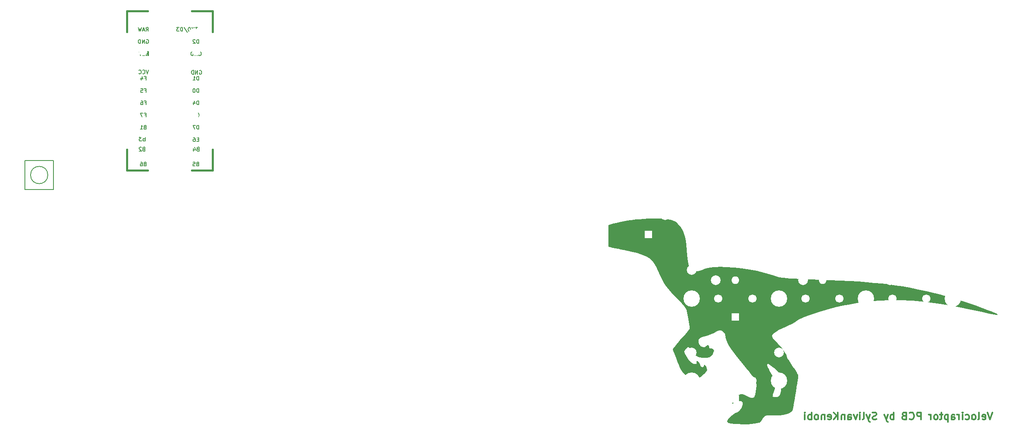
<source format=gbo>
G04 #@! TF.GenerationSoftware,KiCad,Pcbnew,7.0.1*
G04 #@! TF.CreationDate,2023-04-09T21:37:26+02:00*
G04 #@! TF.ProjectId,velociraptor,76656c6f-6369-4726-9170-746f722e6b69,rev?*
G04 #@! TF.SameCoordinates,Original*
G04 #@! TF.FileFunction,Legend,Bot*
G04 #@! TF.FilePolarity,Positive*
%FSLAX46Y46*%
G04 Gerber Fmt 4.6, Leading zero omitted, Abs format (unit mm)*
G04 Created by KiCad (PCBNEW 7.0.1) date 2023-04-09 21:37:26*
%MOMM*%
%LPD*%
G01*
G04 APERTURE LIST*
%ADD10C,0.300000*%
%ADD11C,0.150000*%
%ADD12C,0.381000*%
%ADD13C,1.752600*%
%ADD14R,1.752600X1.752600*%
%ADD15C,4.400000*%
%ADD16C,3.400000*%
%ADD17C,2.000000*%
%ADD18C,1.700000*%
%ADD19O,1.600000X1.600000*%
%ADD20R,1.600000X1.600000*%
%ADD21O,1.700000X1.700000*%
%ADD22R,1.700000X1.700000*%
G04 APERTURE END LIST*
D10*
X249782142Y-109491428D02*
X249282142Y-110991428D01*
X249282142Y-110991428D02*
X248782142Y-109491428D01*
X247710714Y-110920000D02*
X247853571Y-110991428D01*
X247853571Y-110991428D02*
X248139286Y-110991428D01*
X248139286Y-110991428D02*
X248282143Y-110920000D01*
X248282143Y-110920000D02*
X248353571Y-110777142D01*
X248353571Y-110777142D02*
X248353571Y-110205714D01*
X248353571Y-110205714D02*
X248282143Y-110062857D01*
X248282143Y-110062857D02*
X248139286Y-109991428D01*
X248139286Y-109991428D02*
X247853571Y-109991428D01*
X247853571Y-109991428D02*
X247710714Y-110062857D01*
X247710714Y-110062857D02*
X247639286Y-110205714D01*
X247639286Y-110205714D02*
X247639286Y-110348571D01*
X247639286Y-110348571D02*
X248353571Y-110491428D01*
X246782143Y-110991428D02*
X246925000Y-110920000D01*
X246925000Y-110920000D02*
X246996429Y-110777142D01*
X246996429Y-110777142D02*
X246996429Y-109491428D01*
X245996429Y-110991428D02*
X246139286Y-110920000D01*
X246139286Y-110920000D02*
X246210715Y-110848571D01*
X246210715Y-110848571D02*
X246282143Y-110705714D01*
X246282143Y-110705714D02*
X246282143Y-110277142D01*
X246282143Y-110277142D02*
X246210715Y-110134285D01*
X246210715Y-110134285D02*
X246139286Y-110062857D01*
X246139286Y-110062857D02*
X245996429Y-109991428D01*
X245996429Y-109991428D02*
X245782143Y-109991428D01*
X245782143Y-109991428D02*
X245639286Y-110062857D01*
X245639286Y-110062857D02*
X245567858Y-110134285D01*
X245567858Y-110134285D02*
X245496429Y-110277142D01*
X245496429Y-110277142D02*
X245496429Y-110705714D01*
X245496429Y-110705714D02*
X245567858Y-110848571D01*
X245567858Y-110848571D02*
X245639286Y-110920000D01*
X245639286Y-110920000D02*
X245782143Y-110991428D01*
X245782143Y-110991428D02*
X245996429Y-110991428D01*
X244210715Y-110920000D02*
X244353572Y-110991428D01*
X244353572Y-110991428D02*
X244639286Y-110991428D01*
X244639286Y-110991428D02*
X244782143Y-110920000D01*
X244782143Y-110920000D02*
X244853572Y-110848571D01*
X244853572Y-110848571D02*
X244925000Y-110705714D01*
X244925000Y-110705714D02*
X244925000Y-110277142D01*
X244925000Y-110277142D02*
X244853572Y-110134285D01*
X244853572Y-110134285D02*
X244782143Y-110062857D01*
X244782143Y-110062857D02*
X244639286Y-109991428D01*
X244639286Y-109991428D02*
X244353572Y-109991428D01*
X244353572Y-109991428D02*
X244210715Y-110062857D01*
X243567858Y-110991428D02*
X243567858Y-109991428D01*
X243567858Y-109491428D02*
X243639286Y-109562857D01*
X243639286Y-109562857D02*
X243567858Y-109634285D01*
X243567858Y-109634285D02*
X243496429Y-109562857D01*
X243496429Y-109562857D02*
X243567858Y-109491428D01*
X243567858Y-109491428D02*
X243567858Y-109634285D01*
X242853572Y-110991428D02*
X242853572Y-109991428D01*
X242853572Y-110277142D02*
X242782143Y-110134285D01*
X242782143Y-110134285D02*
X242710715Y-110062857D01*
X242710715Y-110062857D02*
X242567857Y-109991428D01*
X242567857Y-109991428D02*
X242425000Y-109991428D01*
X241282144Y-110991428D02*
X241282144Y-110205714D01*
X241282144Y-110205714D02*
X241353572Y-110062857D01*
X241353572Y-110062857D02*
X241496429Y-109991428D01*
X241496429Y-109991428D02*
X241782144Y-109991428D01*
X241782144Y-109991428D02*
X241925001Y-110062857D01*
X241282144Y-110920000D02*
X241425001Y-110991428D01*
X241425001Y-110991428D02*
X241782144Y-110991428D01*
X241782144Y-110991428D02*
X241925001Y-110920000D01*
X241925001Y-110920000D02*
X241996429Y-110777142D01*
X241996429Y-110777142D02*
X241996429Y-110634285D01*
X241996429Y-110634285D02*
X241925001Y-110491428D01*
X241925001Y-110491428D02*
X241782144Y-110420000D01*
X241782144Y-110420000D02*
X241425001Y-110420000D01*
X241425001Y-110420000D02*
X241282144Y-110348571D01*
X240567858Y-109991428D02*
X240567858Y-111491428D01*
X240567858Y-110062857D02*
X240425001Y-109991428D01*
X240425001Y-109991428D02*
X240139286Y-109991428D01*
X240139286Y-109991428D02*
X239996429Y-110062857D01*
X239996429Y-110062857D02*
X239925001Y-110134285D01*
X239925001Y-110134285D02*
X239853572Y-110277142D01*
X239853572Y-110277142D02*
X239853572Y-110705714D01*
X239853572Y-110705714D02*
X239925001Y-110848571D01*
X239925001Y-110848571D02*
X239996429Y-110920000D01*
X239996429Y-110920000D02*
X240139286Y-110991428D01*
X240139286Y-110991428D02*
X240425001Y-110991428D01*
X240425001Y-110991428D02*
X240567858Y-110920000D01*
X239425000Y-109991428D02*
X238853572Y-109991428D01*
X239210715Y-109491428D02*
X239210715Y-110777142D01*
X239210715Y-110777142D02*
X239139286Y-110920000D01*
X239139286Y-110920000D02*
X238996429Y-110991428D01*
X238996429Y-110991428D02*
X238853572Y-110991428D01*
X238139286Y-110991428D02*
X238282143Y-110920000D01*
X238282143Y-110920000D02*
X238353572Y-110848571D01*
X238353572Y-110848571D02*
X238425000Y-110705714D01*
X238425000Y-110705714D02*
X238425000Y-110277142D01*
X238425000Y-110277142D02*
X238353572Y-110134285D01*
X238353572Y-110134285D02*
X238282143Y-110062857D01*
X238282143Y-110062857D02*
X238139286Y-109991428D01*
X238139286Y-109991428D02*
X237925000Y-109991428D01*
X237925000Y-109991428D02*
X237782143Y-110062857D01*
X237782143Y-110062857D02*
X237710715Y-110134285D01*
X237710715Y-110134285D02*
X237639286Y-110277142D01*
X237639286Y-110277142D02*
X237639286Y-110705714D01*
X237639286Y-110705714D02*
X237710715Y-110848571D01*
X237710715Y-110848571D02*
X237782143Y-110920000D01*
X237782143Y-110920000D02*
X237925000Y-110991428D01*
X237925000Y-110991428D02*
X238139286Y-110991428D01*
X236996429Y-110991428D02*
X236996429Y-109991428D01*
X236996429Y-110277142D02*
X236925000Y-110134285D01*
X236925000Y-110134285D02*
X236853572Y-110062857D01*
X236853572Y-110062857D02*
X236710714Y-109991428D01*
X236710714Y-109991428D02*
X236567857Y-109991428D01*
X234925001Y-110991428D02*
X234925001Y-109491428D01*
X234925001Y-109491428D02*
X234353572Y-109491428D01*
X234353572Y-109491428D02*
X234210715Y-109562857D01*
X234210715Y-109562857D02*
X234139286Y-109634285D01*
X234139286Y-109634285D02*
X234067858Y-109777142D01*
X234067858Y-109777142D02*
X234067858Y-109991428D01*
X234067858Y-109991428D02*
X234139286Y-110134285D01*
X234139286Y-110134285D02*
X234210715Y-110205714D01*
X234210715Y-110205714D02*
X234353572Y-110277142D01*
X234353572Y-110277142D02*
X234925001Y-110277142D01*
X232567858Y-110848571D02*
X232639286Y-110920000D01*
X232639286Y-110920000D02*
X232853572Y-110991428D01*
X232853572Y-110991428D02*
X232996429Y-110991428D01*
X232996429Y-110991428D02*
X233210715Y-110920000D01*
X233210715Y-110920000D02*
X233353572Y-110777142D01*
X233353572Y-110777142D02*
X233425001Y-110634285D01*
X233425001Y-110634285D02*
X233496429Y-110348571D01*
X233496429Y-110348571D02*
X233496429Y-110134285D01*
X233496429Y-110134285D02*
X233425001Y-109848571D01*
X233425001Y-109848571D02*
X233353572Y-109705714D01*
X233353572Y-109705714D02*
X233210715Y-109562857D01*
X233210715Y-109562857D02*
X232996429Y-109491428D01*
X232996429Y-109491428D02*
X232853572Y-109491428D01*
X232853572Y-109491428D02*
X232639286Y-109562857D01*
X232639286Y-109562857D02*
X232567858Y-109634285D01*
X231425001Y-110205714D02*
X231210715Y-110277142D01*
X231210715Y-110277142D02*
X231139286Y-110348571D01*
X231139286Y-110348571D02*
X231067858Y-110491428D01*
X231067858Y-110491428D02*
X231067858Y-110705714D01*
X231067858Y-110705714D02*
X231139286Y-110848571D01*
X231139286Y-110848571D02*
X231210715Y-110920000D01*
X231210715Y-110920000D02*
X231353572Y-110991428D01*
X231353572Y-110991428D02*
X231925001Y-110991428D01*
X231925001Y-110991428D02*
X231925001Y-109491428D01*
X231925001Y-109491428D02*
X231425001Y-109491428D01*
X231425001Y-109491428D02*
X231282144Y-109562857D01*
X231282144Y-109562857D02*
X231210715Y-109634285D01*
X231210715Y-109634285D02*
X231139286Y-109777142D01*
X231139286Y-109777142D02*
X231139286Y-109920000D01*
X231139286Y-109920000D02*
X231210715Y-110062857D01*
X231210715Y-110062857D02*
X231282144Y-110134285D01*
X231282144Y-110134285D02*
X231425001Y-110205714D01*
X231425001Y-110205714D02*
X231925001Y-110205714D01*
X229282144Y-110991428D02*
X229282144Y-109491428D01*
X229282144Y-110062857D02*
X229139287Y-109991428D01*
X229139287Y-109991428D02*
X228853572Y-109991428D01*
X228853572Y-109991428D02*
X228710715Y-110062857D01*
X228710715Y-110062857D02*
X228639287Y-110134285D01*
X228639287Y-110134285D02*
X228567858Y-110277142D01*
X228567858Y-110277142D02*
X228567858Y-110705714D01*
X228567858Y-110705714D02*
X228639287Y-110848571D01*
X228639287Y-110848571D02*
X228710715Y-110920000D01*
X228710715Y-110920000D02*
X228853572Y-110991428D01*
X228853572Y-110991428D02*
X229139287Y-110991428D01*
X229139287Y-110991428D02*
X229282144Y-110920000D01*
X228067858Y-109991428D02*
X227710715Y-110991428D01*
X227353572Y-109991428D02*
X227710715Y-110991428D01*
X227710715Y-110991428D02*
X227853572Y-111348571D01*
X227853572Y-111348571D02*
X227925001Y-111420000D01*
X227925001Y-111420000D02*
X228067858Y-111491428D01*
X225710715Y-110920000D02*
X225496430Y-110991428D01*
X225496430Y-110991428D02*
X225139287Y-110991428D01*
X225139287Y-110991428D02*
X224996430Y-110920000D01*
X224996430Y-110920000D02*
X224925001Y-110848571D01*
X224925001Y-110848571D02*
X224853572Y-110705714D01*
X224853572Y-110705714D02*
X224853572Y-110562857D01*
X224853572Y-110562857D02*
X224925001Y-110420000D01*
X224925001Y-110420000D02*
X224996430Y-110348571D01*
X224996430Y-110348571D02*
X225139287Y-110277142D01*
X225139287Y-110277142D02*
X225425001Y-110205714D01*
X225425001Y-110205714D02*
X225567858Y-110134285D01*
X225567858Y-110134285D02*
X225639287Y-110062857D01*
X225639287Y-110062857D02*
X225710715Y-109920000D01*
X225710715Y-109920000D02*
X225710715Y-109777142D01*
X225710715Y-109777142D02*
X225639287Y-109634285D01*
X225639287Y-109634285D02*
X225567858Y-109562857D01*
X225567858Y-109562857D02*
X225425001Y-109491428D01*
X225425001Y-109491428D02*
X225067858Y-109491428D01*
X225067858Y-109491428D02*
X224853572Y-109562857D01*
X224353573Y-109991428D02*
X223996430Y-110991428D01*
X223639287Y-109991428D02*
X223996430Y-110991428D01*
X223996430Y-110991428D02*
X224139287Y-111348571D01*
X224139287Y-111348571D02*
X224210716Y-111420000D01*
X224210716Y-111420000D02*
X224353573Y-111491428D01*
X222853573Y-110991428D02*
X222996430Y-110920000D01*
X222996430Y-110920000D02*
X223067859Y-110777142D01*
X223067859Y-110777142D02*
X223067859Y-109491428D01*
X222282145Y-110991428D02*
X222282145Y-109991428D01*
X222282145Y-109491428D02*
X222353573Y-109562857D01*
X222353573Y-109562857D02*
X222282145Y-109634285D01*
X222282145Y-109634285D02*
X222210716Y-109562857D01*
X222210716Y-109562857D02*
X222282145Y-109491428D01*
X222282145Y-109491428D02*
X222282145Y-109634285D01*
X221710716Y-109991428D02*
X221353573Y-110991428D01*
X221353573Y-110991428D02*
X220996430Y-109991428D01*
X219782145Y-110991428D02*
X219782145Y-110205714D01*
X219782145Y-110205714D02*
X219853573Y-110062857D01*
X219853573Y-110062857D02*
X219996430Y-109991428D01*
X219996430Y-109991428D02*
X220282145Y-109991428D01*
X220282145Y-109991428D02*
X220425002Y-110062857D01*
X219782145Y-110920000D02*
X219925002Y-110991428D01*
X219925002Y-110991428D02*
X220282145Y-110991428D01*
X220282145Y-110991428D02*
X220425002Y-110920000D01*
X220425002Y-110920000D02*
X220496430Y-110777142D01*
X220496430Y-110777142D02*
X220496430Y-110634285D01*
X220496430Y-110634285D02*
X220425002Y-110491428D01*
X220425002Y-110491428D02*
X220282145Y-110420000D01*
X220282145Y-110420000D02*
X219925002Y-110420000D01*
X219925002Y-110420000D02*
X219782145Y-110348571D01*
X219067859Y-109991428D02*
X219067859Y-110991428D01*
X219067859Y-110134285D02*
X218996430Y-110062857D01*
X218996430Y-110062857D02*
X218853573Y-109991428D01*
X218853573Y-109991428D02*
X218639287Y-109991428D01*
X218639287Y-109991428D02*
X218496430Y-110062857D01*
X218496430Y-110062857D02*
X218425002Y-110205714D01*
X218425002Y-110205714D02*
X218425002Y-110991428D01*
X217710716Y-110991428D02*
X217710716Y-109491428D01*
X216853573Y-110991428D02*
X217496430Y-110134285D01*
X216853573Y-109491428D02*
X217710716Y-110348571D01*
X215639287Y-110920000D02*
X215782144Y-110991428D01*
X215782144Y-110991428D02*
X216067859Y-110991428D01*
X216067859Y-110991428D02*
X216210716Y-110920000D01*
X216210716Y-110920000D02*
X216282144Y-110777142D01*
X216282144Y-110777142D02*
X216282144Y-110205714D01*
X216282144Y-110205714D02*
X216210716Y-110062857D01*
X216210716Y-110062857D02*
X216067859Y-109991428D01*
X216067859Y-109991428D02*
X215782144Y-109991428D01*
X215782144Y-109991428D02*
X215639287Y-110062857D01*
X215639287Y-110062857D02*
X215567859Y-110205714D01*
X215567859Y-110205714D02*
X215567859Y-110348571D01*
X215567859Y-110348571D02*
X216282144Y-110491428D01*
X214925002Y-109991428D02*
X214925002Y-110991428D01*
X214925002Y-110134285D02*
X214853573Y-110062857D01*
X214853573Y-110062857D02*
X214710716Y-109991428D01*
X214710716Y-109991428D02*
X214496430Y-109991428D01*
X214496430Y-109991428D02*
X214353573Y-110062857D01*
X214353573Y-110062857D02*
X214282145Y-110205714D01*
X214282145Y-110205714D02*
X214282145Y-110991428D01*
X213353573Y-110991428D02*
X213496430Y-110920000D01*
X213496430Y-110920000D02*
X213567859Y-110848571D01*
X213567859Y-110848571D02*
X213639287Y-110705714D01*
X213639287Y-110705714D02*
X213639287Y-110277142D01*
X213639287Y-110277142D02*
X213567859Y-110134285D01*
X213567859Y-110134285D02*
X213496430Y-110062857D01*
X213496430Y-110062857D02*
X213353573Y-109991428D01*
X213353573Y-109991428D02*
X213139287Y-109991428D01*
X213139287Y-109991428D02*
X212996430Y-110062857D01*
X212996430Y-110062857D02*
X212925002Y-110134285D01*
X212925002Y-110134285D02*
X212853573Y-110277142D01*
X212853573Y-110277142D02*
X212853573Y-110705714D01*
X212853573Y-110705714D02*
X212925002Y-110848571D01*
X212925002Y-110848571D02*
X212996430Y-110920000D01*
X212996430Y-110920000D02*
X213139287Y-110991428D01*
X213139287Y-110991428D02*
X213353573Y-110991428D01*
X212210716Y-110991428D02*
X212210716Y-109491428D01*
X212210716Y-110062857D02*
X212067859Y-109991428D01*
X212067859Y-109991428D02*
X211782144Y-109991428D01*
X211782144Y-109991428D02*
X211639287Y-110062857D01*
X211639287Y-110062857D02*
X211567859Y-110134285D01*
X211567859Y-110134285D02*
X211496430Y-110277142D01*
X211496430Y-110277142D02*
X211496430Y-110705714D01*
X211496430Y-110705714D02*
X211567859Y-110848571D01*
X211567859Y-110848571D02*
X211639287Y-110920000D01*
X211639287Y-110920000D02*
X211782144Y-110991428D01*
X211782144Y-110991428D02*
X212067859Y-110991428D01*
X212067859Y-110991428D02*
X212210716Y-110920000D01*
X210853573Y-110991428D02*
X210853573Y-109991428D01*
X210853573Y-109491428D02*
X210925001Y-109562857D01*
X210925001Y-109562857D02*
X210853573Y-109634285D01*
X210853573Y-109634285D02*
X210782144Y-109562857D01*
X210782144Y-109562857D02*
X210853573Y-109491428D01*
X210853573Y-109491428D02*
X210853573Y-109634285D01*
D11*
X73923388Y-50387797D02*
X73809102Y-50425892D01*
X73809102Y-50425892D02*
X73771007Y-50463988D01*
X73771007Y-50463988D02*
X73732911Y-50540178D01*
X73732911Y-50540178D02*
X73732911Y-50654464D01*
X73732911Y-50654464D02*
X73771007Y-50730654D01*
X73771007Y-50730654D02*
X73809102Y-50768750D01*
X73809102Y-50768750D02*
X73885292Y-50806845D01*
X73885292Y-50806845D02*
X74190054Y-50806845D01*
X74190054Y-50806845D02*
X74190054Y-50006845D01*
X74190054Y-50006845D02*
X73923388Y-50006845D01*
X73923388Y-50006845D02*
X73847197Y-50044940D01*
X73847197Y-50044940D02*
X73809102Y-50083035D01*
X73809102Y-50083035D02*
X73771007Y-50159226D01*
X73771007Y-50159226D02*
X73771007Y-50235416D01*
X73771007Y-50235416D02*
X73809102Y-50311607D01*
X73809102Y-50311607D02*
X73847197Y-50349702D01*
X73847197Y-50349702D02*
X73923388Y-50387797D01*
X73923388Y-50387797D02*
X74190054Y-50387797D01*
X72971007Y-50806845D02*
X73428150Y-50806845D01*
X73199578Y-50806845D02*
X73199578Y-50006845D01*
X73199578Y-50006845D02*
X73275769Y-50121130D01*
X73275769Y-50121130D02*
X73351959Y-50197321D01*
X73351959Y-50197321D02*
X73428150Y-50235416D01*
X74209102Y-32264940D02*
X74285292Y-32226845D01*
X74285292Y-32226845D02*
X74399578Y-32226845D01*
X74399578Y-32226845D02*
X74513864Y-32264940D01*
X74513864Y-32264940D02*
X74590054Y-32341130D01*
X74590054Y-32341130D02*
X74628149Y-32417321D01*
X74628149Y-32417321D02*
X74666245Y-32569702D01*
X74666245Y-32569702D02*
X74666245Y-32683988D01*
X74666245Y-32683988D02*
X74628149Y-32836369D01*
X74628149Y-32836369D02*
X74590054Y-32912559D01*
X74590054Y-32912559D02*
X74513864Y-32988750D01*
X74513864Y-32988750D02*
X74399578Y-33026845D01*
X74399578Y-33026845D02*
X74323387Y-33026845D01*
X74323387Y-33026845D02*
X74209102Y-32988750D01*
X74209102Y-32988750D02*
X74171006Y-32950654D01*
X74171006Y-32950654D02*
X74171006Y-32683988D01*
X74171006Y-32683988D02*
X74323387Y-32683988D01*
X73828149Y-33026845D02*
X73828149Y-32226845D01*
X73828149Y-32226845D02*
X73371006Y-33026845D01*
X73371006Y-33026845D02*
X73371006Y-32226845D01*
X72990054Y-33026845D02*
X72990054Y-32226845D01*
X72990054Y-32226845D02*
X72799578Y-32226845D01*
X72799578Y-32226845D02*
X72685292Y-32264940D01*
X72685292Y-32264940D02*
X72609102Y-32341130D01*
X72609102Y-32341130D02*
X72571007Y-32417321D01*
X72571007Y-32417321D02*
X72532911Y-32569702D01*
X72532911Y-32569702D02*
X72532911Y-32683988D01*
X72532911Y-32683988D02*
X72571007Y-32836369D01*
X72571007Y-32836369D02*
X72609102Y-32912559D01*
X72609102Y-32912559D02*
X72685292Y-32988750D01*
X72685292Y-32988750D02*
X72799578Y-33026845D01*
X72799578Y-33026845D02*
X72990054Y-33026845D01*
X73866245Y-47847797D02*
X74132911Y-47847797D01*
X74132911Y-48266845D02*
X74132911Y-47466845D01*
X74132911Y-47466845D02*
X73751959Y-47466845D01*
X73523388Y-47466845D02*
X72990054Y-47466845D01*
X72990054Y-47466845D02*
X73332912Y-48266845D01*
X85112054Y-45726845D02*
X85112054Y-44926845D01*
X85112054Y-44926845D02*
X84921578Y-44926845D01*
X84921578Y-44926845D02*
X84807292Y-44964940D01*
X84807292Y-44964940D02*
X84731102Y-45041130D01*
X84731102Y-45041130D02*
X84693007Y-45117321D01*
X84693007Y-45117321D02*
X84654911Y-45269702D01*
X84654911Y-45269702D02*
X84654911Y-45383988D01*
X84654911Y-45383988D02*
X84693007Y-45536369D01*
X84693007Y-45536369D02*
X84731102Y-45612559D01*
X84731102Y-45612559D02*
X84807292Y-45688750D01*
X84807292Y-45688750D02*
X84921578Y-45726845D01*
X84921578Y-45726845D02*
X85112054Y-45726845D01*
X83969197Y-45193511D02*
X83969197Y-45726845D01*
X84159673Y-44888750D02*
X84350150Y-45460178D01*
X84350150Y-45460178D02*
X83854911Y-45460178D01*
X85112054Y-40646845D02*
X85112054Y-39846845D01*
X85112054Y-39846845D02*
X84921578Y-39846845D01*
X84921578Y-39846845D02*
X84807292Y-39884940D01*
X84807292Y-39884940D02*
X84731102Y-39961130D01*
X84731102Y-39961130D02*
X84693007Y-40037321D01*
X84693007Y-40037321D02*
X84654911Y-40189702D01*
X84654911Y-40189702D02*
X84654911Y-40303988D01*
X84654911Y-40303988D02*
X84693007Y-40456369D01*
X84693007Y-40456369D02*
X84731102Y-40532559D01*
X84731102Y-40532559D02*
X84807292Y-40608750D01*
X84807292Y-40608750D02*
X84921578Y-40646845D01*
X84921578Y-40646845D02*
X85112054Y-40646845D01*
X83893007Y-40646845D02*
X84350150Y-40646845D01*
X84121578Y-40646845D02*
X84121578Y-39846845D01*
X84121578Y-39846845D02*
X84197769Y-39961130D01*
X84197769Y-39961130D02*
X84273959Y-40037321D01*
X84273959Y-40037321D02*
X84350150Y-40075416D01*
X73866245Y-42767797D02*
X74132911Y-42767797D01*
X74132911Y-43186845D02*
X74132911Y-42386845D01*
X74132911Y-42386845D02*
X73751959Y-42386845D01*
X73066245Y-42386845D02*
X73447197Y-42386845D01*
X73447197Y-42386845D02*
X73485293Y-42767797D01*
X73485293Y-42767797D02*
X73447197Y-42729702D01*
X73447197Y-42729702D02*
X73371007Y-42691607D01*
X73371007Y-42691607D02*
X73180531Y-42691607D01*
X73180531Y-42691607D02*
X73104340Y-42729702D01*
X73104340Y-42729702D02*
X73066245Y-42767797D01*
X73066245Y-42767797D02*
X73028150Y-42843988D01*
X73028150Y-42843988D02*
X73028150Y-43034464D01*
X73028150Y-43034464D02*
X73066245Y-43110654D01*
X73066245Y-43110654D02*
X73104340Y-43148750D01*
X73104340Y-43148750D02*
X73180531Y-43186845D01*
X73180531Y-43186845D02*
X73371007Y-43186845D01*
X73371007Y-43186845D02*
X73447197Y-43148750D01*
X73447197Y-43148750D02*
X73485293Y-43110654D01*
X84822927Y-29686845D02*
X84365784Y-29686845D01*
X84594356Y-30486845D02*
X84594356Y-29686845D01*
X84175308Y-29686845D02*
X83641974Y-30486845D01*
X83641974Y-29686845D02*
X84175308Y-30486845D01*
X83184831Y-29686845D02*
X83108641Y-29686845D01*
X83108641Y-29686845D02*
X83032450Y-29724940D01*
X83032450Y-29724940D02*
X82994355Y-29763035D01*
X82994355Y-29763035D02*
X82956260Y-29839226D01*
X82956260Y-29839226D02*
X82918165Y-29991607D01*
X82918165Y-29991607D02*
X82918165Y-30182083D01*
X82918165Y-30182083D02*
X82956260Y-30334464D01*
X82956260Y-30334464D02*
X82994355Y-30410654D01*
X82994355Y-30410654D02*
X83032450Y-30448750D01*
X83032450Y-30448750D02*
X83108641Y-30486845D01*
X83108641Y-30486845D02*
X83184831Y-30486845D01*
X83184831Y-30486845D02*
X83261022Y-30448750D01*
X83261022Y-30448750D02*
X83299117Y-30410654D01*
X83299117Y-30410654D02*
X83337212Y-30334464D01*
X83337212Y-30334464D02*
X83375308Y-30182083D01*
X83375308Y-30182083D02*
X83375308Y-29991607D01*
X83375308Y-29991607D02*
X83337212Y-29839226D01*
X83337212Y-29839226D02*
X83299117Y-29763035D01*
X83299117Y-29763035D02*
X83261022Y-29724940D01*
X83261022Y-29724940D02*
X83184831Y-29686845D01*
X82003879Y-29648750D02*
X82689593Y-30677321D01*
X81737212Y-30486845D02*
X81737212Y-29686845D01*
X81737212Y-29686845D02*
X81546736Y-29686845D01*
X81546736Y-29686845D02*
X81432450Y-29724940D01*
X81432450Y-29724940D02*
X81356260Y-29801130D01*
X81356260Y-29801130D02*
X81318165Y-29877321D01*
X81318165Y-29877321D02*
X81280069Y-30029702D01*
X81280069Y-30029702D02*
X81280069Y-30143988D01*
X81280069Y-30143988D02*
X81318165Y-30296369D01*
X81318165Y-30296369D02*
X81356260Y-30372559D01*
X81356260Y-30372559D02*
X81432450Y-30448750D01*
X81432450Y-30448750D02*
X81546736Y-30486845D01*
X81546736Y-30486845D02*
X81737212Y-30486845D01*
X81013403Y-29686845D02*
X80518165Y-29686845D01*
X80518165Y-29686845D02*
X80784831Y-29991607D01*
X80784831Y-29991607D02*
X80670546Y-29991607D01*
X80670546Y-29991607D02*
X80594355Y-30029702D01*
X80594355Y-30029702D02*
X80556260Y-30067797D01*
X80556260Y-30067797D02*
X80518165Y-30143988D01*
X80518165Y-30143988D02*
X80518165Y-30334464D01*
X80518165Y-30334464D02*
X80556260Y-30410654D01*
X80556260Y-30410654D02*
X80594355Y-30448750D01*
X80594355Y-30448750D02*
X80670546Y-30486845D01*
X80670546Y-30486845D02*
X80899117Y-30486845D01*
X80899117Y-30486845D02*
X80975308Y-30448750D01*
X80975308Y-30448750D02*
X81013403Y-30410654D01*
X84654911Y-48190654D02*
X84693007Y-48228750D01*
X84693007Y-48228750D02*
X84807292Y-48266845D01*
X84807292Y-48266845D02*
X84883483Y-48266845D01*
X84883483Y-48266845D02*
X84997769Y-48228750D01*
X84997769Y-48228750D02*
X85073959Y-48152559D01*
X85073959Y-48152559D02*
X85112054Y-48076369D01*
X85112054Y-48076369D02*
X85150150Y-47923988D01*
X85150150Y-47923988D02*
X85150150Y-47809702D01*
X85150150Y-47809702D02*
X85112054Y-47657321D01*
X85112054Y-47657321D02*
X85073959Y-47581130D01*
X85073959Y-47581130D02*
X84997769Y-47504940D01*
X84997769Y-47504940D02*
X84883483Y-47466845D01*
X84883483Y-47466845D02*
X84807292Y-47466845D01*
X84807292Y-47466845D02*
X84693007Y-47504940D01*
X84693007Y-47504940D02*
X84654911Y-47543035D01*
X83969197Y-47466845D02*
X84121578Y-47466845D01*
X84121578Y-47466845D02*
X84197769Y-47504940D01*
X84197769Y-47504940D02*
X84235864Y-47543035D01*
X84235864Y-47543035D02*
X84312054Y-47657321D01*
X84312054Y-47657321D02*
X84350150Y-47809702D01*
X84350150Y-47809702D02*
X84350150Y-48114464D01*
X84350150Y-48114464D02*
X84312054Y-48190654D01*
X84312054Y-48190654D02*
X84273959Y-48228750D01*
X84273959Y-48228750D02*
X84197769Y-48266845D01*
X84197769Y-48266845D02*
X84045388Y-48266845D01*
X84045388Y-48266845D02*
X83969197Y-48228750D01*
X83969197Y-48228750D02*
X83931102Y-48190654D01*
X83931102Y-48190654D02*
X83893007Y-48114464D01*
X83893007Y-48114464D02*
X83893007Y-47923988D01*
X83893007Y-47923988D02*
X83931102Y-47847797D01*
X83931102Y-47847797D02*
X83969197Y-47809702D01*
X83969197Y-47809702D02*
X84045388Y-47771607D01*
X84045388Y-47771607D02*
X84197769Y-47771607D01*
X84197769Y-47771607D02*
X84273959Y-47809702D01*
X84273959Y-47809702D02*
X84312054Y-47847797D01*
X84312054Y-47847797D02*
X84350150Y-47923988D01*
X85112054Y-50806845D02*
X85112054Y-50006845D01*
X85112054Y-50006845D02*
X84921578Y-50006845D01*
X84921578Y-50006845D02*
X84807292Y-50044940D01*
X84807292Y-50044940D02*
X84731102Y-50121130D01*
X84731102Y-50121130D02*
X84693007Y-50197321D01*
X84693007Y-50197321D02*
X84654911Y-50349702D01*
X84654911Y-50349702D02*
X84654911Y-50463988D01*
X84654911Y-50463988D02*
X84693007Y-50616369D01*
X84693007Y-50616369D02*
X84731102Y-50692559D01*
X84731102Y-50692559D02*
X84807292Y-50768750D01*
X84807292Y-50768750D02*
X84921578Y-50806845D01*
X84921578Y-50806845D02*
X85112054Y-50806845D01*
X84388245Y-50006845D02*
X83854911Y-50006845D01*
X83854911Y-50006845D02*
X84197769Y-50806845D01*
X85073959Y-52927797D02*
X84807293Y-52927797D01*
X84693007Y-53346845D02*
X85073959Y-53346845D01*
X85073959Y-53346845D02*
X85073959Y-52546845D01*
X85073959Y-52546845D02*
X84693007Y-52546845D01*
X84007292Y-52546845D02*
X84159673Y-52546845D01*
X84159673Y-52546845D02*
X84235864Y-52584940D01*
X84235864Y-52584940D02*
X84273959Y-52623035D01*
X84273959Y-52623035D02*
X84350149Y-52737321D01*
X84350149Y-52737321D02*
X84388245Y-52889702D01*
X84388245Y-52889702D02*
X84388245Y-53194464D01*
X84388245Y-53194464D02*
X84350149Y-53270654D01*
X84350149Y-53270654D02*
X84312054Y-53308750D01*
X84312054Y-53308750D02*
X84235864Y-53346845D01*
X84235864Y-53346845D02*
X84083483Y-53346845D01*
X84083483Y-53346845D02*
X84007292Y-53308750D01*
X84007292Y-53308750D02*
X83969197Y-53270654D01*
X83969197Y-53270654D02*
X83931102Y-53194464D01*
X83931102Y-53194464D02*
X83931102Y-53003988D01*
X83931102Y-53003988D02*
X83969197Y-52927797D01*
X83969197Y-52927797D02*
X84007292Y-52889702D01*
X84007292Y-52889702D02*
X84083483Y-52851607D01*
X84083483Y-52851607D02*
X84235864Y-52851607D01*
X84235864Y-52851607D02*
X84312054Y-52889702D01*
X84312054Y-52889702D02*
X84350149Y-52927797D01*
X84350149Y-52927797D02*
X84388245Y-53003988D01*
X73707488Y-52820647D02*
X73593202Y-52858742D01*
X73593202Y-52858742D02*
X73555107Y-52896838D01*
X73555107Y-52896838D02*
X73517011Y-52973028D01*
X73517011Y-52973028D02*
X73517011Y-53087314D01*
X73517011Y-53087314D02*
X73555107Y-53163504D01*
X73555107Y-53163504D02*
X73593202Y-53201600D01*
X73593202Y-53201600D02*
X73669392Y-53239695D01*
X73669392Y-53239695D02*
X73974154Y-53239695D01*
X73974154Y-53239695D02*
X73974154Y-52439695D01*
X73974154Y-52439695D02*
X73707488Y-52439695D01*
X73707488Y-52439695D02*
X73631297Y-52477790D01*
X73631297Y-52477790D02*
X73593202Y-52515885D01*
X73593202Y-52515885D02*
X73555107Y-52592076D01*
X73555107Y-52592076D02*
X73555107Y-52668266D01*
X73555107Y-52668266D02*
X73593202Y-52744457D01*
X73593202Y-52744457D02*
X73631297Y-52782552D01*
X73631297Y-52782552D02*
X73707488Y-52820647D01*
X73707488Y-52820647D02*
X73974154Y-52820647D01*
X73250345Y-52439695D02*
X72755107Y-52439695D01*
X72755107Y-52439695D02*
X73021773Y-52744457D01*
X73021773Y-52744457D02*
X72907488Y-52744457D01*
X72907488Y-52744457D02*
X72831297Y-52782552D01*
X72831297Y-52782552D02*
X72793202Y-52820647D01*
X72793202Y-52820647D02*
X72755107Y-52896838D01*
X72755107Y-52896838D02*
X72755107Y-53087314D01*
X72755107Y-53087314D02*
X72793202Y-53163504D01*
X72793202Y-53163504D02*
X72831297Y-53201600D01*
X72831297Y-53201600D02*
X72907488Y-53239695D01*
X72907488Y-53239695D02*
X73136059Y-53239695D01*
X73136059Y-53239695D02*
X73212250Y-53201600D01*
X73212250Y-53201600D02*
X73250345Y-53163504D01*
X74151959Y-30486845D02*
X74418626Y-30105892D01*
X74609102Y-30486845D02*
X74609102Y-29686845D01*
X74609102Y-29686845D02*
X74304340Y-29686845D01*
X74304340Y-29686845D02*
X74228150Y-29724940D01*
X74228150Y-29724940D02*
X74190055Y-29763035D01*
X74190055Y-29763035D02*
X74151959Y-29839226D01*
X74151959Y-29839226D02*
X74151959Y-29953511D01*
X74151959Y-29953511D02*
X74190055Y-30029702D01*
X74190055Y-30029702D02*
X74228150Y-30067797D01*
X74228150Y-30067797D02*
X74304340Y-30105892D01*
X74304340Y-30105892D02*
X74609102Y-30105892D01*
X73847198Y-30258273D02*
X73466245Y-30258273D01*
X73923388Y-30486845D02*
X73656721Y-29686845D01*
X73656721Y-29686845D02*
X73390055Y-30486845D01*
X73199579Y-29686845D02*
X73009103Y-30486845D01*
X73009103Y-30486845D02*
X72856722Y-29915416D01*
X72856722Y-29915416D02*
X72704341Y-30486845D01*
X72704341Y-30486845D02*
X72513865Y-29686845D01*
X85112054Y-33026845D02*
X85112054Y-32226845D01*
X85112054Y-32226845D02*
X84921578Y-32226845D01*
X84921578Y-32226845D02*
X84807292Y-32264940D01*
X84807292Y-32264940D02*
X84731102Y-32341130D01*
X84731102Y-32341130D02*
X84693007Y-32417321D01*
X84693007Y-32417321D02*
X84654911Y-32569702D01*
X84654911Y-32569702D02*
X84654911Y-32683988D01*
X84654911Y-32683988D02*
X84693007Y-32836369D01*
X84693007Y-32836369D02*
X84731102Y-32912559D01*
X84731102Y-32912559D02*
X84807292Y-32988750D01*
X84807292Y-32988750D02*
X84921578Y-33026845D01*
X84921578Y-33026845D02*
X85112054Y-33026845D01*
X84350150Y-32303035D02*
X84312054Y-32264940D01*
X84312054Y-32264940D02*
X84235864Y-32226845D01*
X84235864Y-32226845D02*
X84045388Y-32226845D01*
X84045388Y-32226845D02*
X83969197Y-32264940D01*
X83969197Y-32264940D02*
X83931102Y-32303035D01*
X83931102Y-32303035D02*
X83893007Y-32379226D01*
X83893007Y-32379226D02*
X83893007Y-32455416D01*
X83893007Y-32455416D02*
X83931102Y-32569702D01*
X83931102Y-32569702D02*
X84388245Y-33026845D01*
X84388245Y-33026845D02*
X83893007Y-33026845D01*
X73656688Y-54903447D02*
X73542402Y-54941542D01*
X73542402Y-54941542D02*
X73504307Y-54979638D01*
X73504307Y-54979638D02*
X73466211Y-55055828D01*
X73466211Y-55055828D02*
X73466211Y-55170114D01*
X73466211Y-55170114D02*
X73504307Y-55246304D01*
X73504307Y-55246304D02*
X73542402Y-55284400D01*
X73542402Y-55284400D02*
X73618592Y-55322495D01*
X73618592Y-55322495D02*
X73923354Y-55322495D01*
X73923354Y-55322495D02*
X73923354Y-54522495D01*
X73923354Y-54522495D02*
X73656688Y-54522495D01*
X73656688Y-54522495D02*
X73580497Y-54560590D01*
X73580497Y-54560590D02*
X73542402Y-54598685D01*
X73542402Y-54598685D02*
X73504307Y-54674876D01*
X73504307Y-54674876D02*
X73504307Y-54751066D01*
X73504307Y-54751066D02*
X73542402Y-54827257D01*
X73542402Y-54827257D02*
X73580497Y-54865352D01*
X73580497Y-54865352D02*
X73656688Y-54903447D01*
X73656688Y-54903447D02*
X73923354Y-54903447D01*
X73161450Y-54598685D02*
X73123354Y-54560590D01*
X73123354Y-54560590D02*
X73047164Y-54522495D01*
X73047164Y-54522495D02*
X72856688Y-54522495D01*
X72856688Y-54522495D02*
X72780497Y-54560590D01*
X72780497Y-54560590D02*
X72742402Y-54598685D01*
X72742402Y-54598685D02*
X72704307Y-54674876D01*
X72704307Y-54674876D02*
X72704307Y-54751066D01*
X72704307Y-54751066D02*
X72742402Y-54865352D01*
X72742402Y-54865352D02*
X73199545Y-55322495D01*
X73199545Y-55322495D02*
X72704307Y-55322495D01*
X73866245Y-45307797D02*
X74132911Y-45307797D01*
X74132911Y-45726845D02*
X74132911Y-44926845D01*
X74132911Y-44926845D02*
X73751959Y-44926845D01*
X73104340Y-44926845D02*
X73256721Y-44926845D01*
X73256721Y-44926845D02*
X73332912Y-44964940D01*
X73332912Y-44964940D02*
X73371007Y-45003035D01*
X73371007Y-45003035D02*
X73447197Y-45117321D01*
X73447197Y-45117321D02*
X73485293Y-45269702D01*
X73485293Y-45269702D02*
X73485293Y-45574464D01*
X73485293Y-45574464D02*
X73447197Y-45650654D01*
X73447197Y-45650654D02*
X73409102Y-45688750D01*
X73409102Y-45688750D02*
X73332912Y-45726845D01*
X73332912Y-45726845D02*
X73180531Y-45726845D01*
X73180531Y-45726845D02*
X73104340Y-45688750D01*
X73104340Y-45688750D02*
X73066245Y-45650654D01*
X73066245Y-45650654D02*
X73028150Y-45574464D01*
X73028150Y-45574464D02*
X73028150Y-45383988D01*
X73028150Y-45383988D02*
X73066245Y-45307797D01*
X73066245Y-45307797D02*
X73104340Y-45269702D01*
X73104340Y-45269702D02*
X73180531Y-45231607D01*
X73180531Y-45231607D02*
X73332912Y-45231607D01*
X73332912Y-45231607D02*
X73409102Y-45269702D01*
X73409102Y-45269702D02*
X73447197Y-45307797D01*
X73447197Y-45307797D02*
X73485293Y-45383988D01*
X85250102Y-38644940D02*
X85326292Y-38606845D01*
X85326292Y-38606845D02*
X85440578Y-38606845D01*
X85440578Y-38606845D02*
X85554864Y-38644940D01*
X85554864Y-38644940D02*
X85631054Y-38721130D01*
X85631054Y-38721130D02*
X85669149Y-38797321D01*
X85669149Y-38797321D02*
X85707245Y-38949702D01*
X85707245Y-38949702D02*
X85707245Y-39063988D01*
X85707245Y-39063988D02*
X85669149Y-39216369D01*
X85669149Y-39216369D02*
X85631054Y-39292559D01*
X85631054Y-39292559D02*
X85554864Y-39368750D01*
X85554864Y-39368750D02*
X85440578Y-39406845D01*
X85440578Y-39406845D02*
X85364387Y-39406845D01*
X85364387Y-39406845D02*
X85250102Y-39368750D01*
X85250102Y-39368750D02*
X85212006Y-39330654D01*
X85212006Y-39330654D02*
X85212006Y-39063988D01*
X85212006Y-39063988D02*
X85364387Y-39063988D01*
X84869149Y-39406845D02*
X84869149Y-38606845D01*
X84869149Y-38606845D02*
X84412006Y-39406845D01*
X84412006Y-39406845D02*
X84412006Y-38606845D01*
X84031054Y-39406845D02*
X84031054Y-38606845D01*
X84031054Y-38606845D02*
X83840578Y-38606845D01*
X83840578Y-38606845D02*
X83726292Y-38644940D01*
X83726292Y-38644940D02*
X83650102Y-38721130D01*
X83650102Y-38721130D02*
X83612007Y-38797321D01*
X83612007Y-38797321D02*
X83573911Y-38949702D01*
X83573911Y-38949702D02*
X83573911Y-39063988D01*
X83573911Y-39063988D02*
X83612007Y-39216369D01*
X83612007Y-39216369D02*
X83650102Y-39292559D01*
X83650102Y-39292559D02*
X83726292Y-39368750D01*
X83726292Y-39368750D02*
X83840578Y-39406845D01*
X83840578Y-39406845D02*
X84031054Y-39406845D01*
X85131102Y-34804940D02*
X85207292Y-34766845D01*
X85207292Y-34766845D02*
X85321578Y-34766845D01*
X85321578Y-34766845D02*
X85435864Y-34804940D01*
X85435864Y-34804940D02*
X85512054Y-34881130D01*
X85512054Y-34881130D02*
X85550149Y-34957321D01*
X85550149Y-34957321D02*
X85588245Y-35109702D01*
X85588245Y-35109702D02*
X85588245Y-35223988D01*
X85588245Y-35223988D02*
X85550149Y-35376369D01*
X85550149Y-35376369D02*
X85512054Y-35452559D01*
X85512054Y-35452559D02*
X85435864Y-35528750D01*
X85435864Y-35528750D02*
X85321578Y-35566845D01*
X85321578Y-35566845D02*
X85245387Y-35566845D01*
X85245387Y-35566845D02*
X85131102Y-35528750D01*
X85131102Y-35528750D02*
X85093006Y-35490654D01*
X85093006Y-35490654D02*
X85093006Y-35223988D01*
X85093006Y-35223988D02*
X85245387Y-35223988D01*
X84750149Y-35566845D02*
X84750149Y-34766845D01*
X84750149Y-34766845D02*
X84293006Y-35566845D01*
X84293006Y-35566845D02*
X84293006Y-34766845D01*
X83912054Y-35566845D02*
X83912054Y-34766845D01*
X83912054Y-34766845D02*
X83721578Y-34766845D01*
X83721578Y-34766845D02*
X83607292Y-34804940D01*
X83607292Y-34804940D02*
X83531102Y-34881130D01*
X83531102Y-34881130D02*
X83493007Y-34957321D01*
X83493007Y-34957321D02*
X83454911Y-35109702D01*
X83454911Y-35109702D02*
X83454911Y-35223988D01*
X83454911Y-35223988D02*
X83493007Y-35376369D01*
X83493007Y-35376369D02*
X83531102Y-35452559D01*
X83531102Y-35452559D02*
X83607292Y-35528750D01*
X83607292Y-35528750D02*
X83721578Y-35566845D01*
X83721578Y-35566845D02*
X83912054Y-35566845D01*
X84845388Y-58007797D02*
X84731102Y-58045892D01*
X84731102Y-58045892D02*
X84693007Y-58083988D01*
X84693007Y-58083988D02*
X84654911Y-58160178D01*
X84654911Y-58160178D02*
X84654911Y-58274464D01*
X84654911Y-58274464D02*
X84693007Y-58350654D01*
X84693007Y-58350654D02*
X84731102Y-58388750D01*
X84731102Y-58388750D02*
X84807292Y-58426845D01*
X84807292Y-58426845D02*
X85112054Y-58426845D01*
X85112054Y-58426845D02*
X85112054Y-57626845D01*
X85112054Y-57626845D02*
X84845388Y-57626845D01*
X84845388Y-57626845D02*
X84769197Y-57664940D01*
X84769197Y-57664940D02*
X84731102Y-57703035D01*
X84731102Y-57703035D02*
X84693007Y-57779226D01*
X84693007Y-57779226D02*
X84693007Y-57855416D01*
X84693007Y-57855416D02*
X84731102Y-57931607D01*
X84731102Y-57931607D02*
X84769197Y-57969702D01*
X84769197Y-57969702D02*
X84845388Y-58007797D01*
X84845388Y-58007797D02*
X85112054Y-58007797D01*
X83931102Y-57626845D02*
X84312054Y-57626845D01*
X84312054Y-57626845D02*
X84350150Y-58007797D01*
X84350150Y-58007797D02*
X84312054Y-57969702D01*
X84312054Y-57969702D02*
X84235864Y-57931607D01*
X84235864Y-57931607D02*
X84045388Y-57931607D01*
X84045388Y-57931607D02*
X83969197Y-57969702D01*
X83969197Y-57969702D02*
X83931102Y-58007797D01*
X83931102Y-58007797D02*
X83893007Y-58083988D01*
X83893007Y-58083988D02*
X83893007Y-58274464D01*
X83893007Y-58274464D02*
X83931102Y-58350654D01*
X83931102Y-58350654D02*
X83969197Y-58388750D01*
X83969197Y-58388750D02*
X84045388Y-58426845D01*
X84045388Y-58426845D02*
X84235864Y-58426845D01*
X84235864Y-58426845D02*
X84312054Y-58388750D01*
X84312054Y-58388750D02*
X84350150Y-58350654D01*
X73866245Y-40227797D02*
X74132911Y-40227797D01*
X74132911Y-40646845D02*
X74132911Y-39846845D01*
X74132911Y-39846845D02*
X73751959Y-39846845D01*
X73104340Y-40113511D02*
X73104340Y-40646845D01*
X73294816Y-39808750D02*
X73485293Y-40380178D01*
X73485293Y-40380178D02*
X72990054Y-40380178D01*
X73860792Y-35498750D02*
X73746506Y-35536845D01*
X73746506Y-35536845D02*
X73556030Y-35536845D01*
X73556030Y-35536845D02*
X73479839Y-35498750D01*
X73479839Y-35498750D02*
X73441744Y-35460654D01*
X73441744Y-35460654D02*
X73403649Y-35384464D01*
X73403649Y-35384464D02*
X73403649Y-35308273D01*
X73403649Y-35308273D02*
X73441744Y-35232083D01*
X73441744Y-35232083D02*
X73479839Y-35193988D01*
X73479839Y-35193988D02*
X73556030Y-35155892D01*
X73556030Y-35155892D02*
X73708411Y-35117797D01*
X73708411Y-35117797D02*
X73784601Y-35079702D01*
X73784601Y-35079702D02*
X73822696Y-35041607D01*
X73822696Y-35041607D02*
X73860792Y-34965416D01*
X73860792Y-34965416D02*
X73860792Y-34889226D01*
X73860792Y-34889226D02*
X73822696Y-34813035D01*
X73822696Y-34813035D02*
X73784601Y-34774940D01*
X73784601Y-34774940D02*
X73708411Y-34736845D01*
X73708411Y-34736845D02*
X73517934Y-34736845D01*
X73517934Y-34736845D02*
X73403649Y-34774940D01*
X73175077Y-34736845D02*
X72717934Y-34736845D01*
X72946506Y-35536845D02*
X72946506Y-34736845D01*
X84883488Y-54903447D02*
X84769202Y-54941542D01*
X84769202Y-54941542D02*
X84731107Y-54979638D01*
X84731107Y-54979638D02*
X84693011Y-55055828D01*
X84693011Y-55055828D02*
X84693011Y-55170114D01*
X84693011Y-55170114D02*
X84731107Y-55246304D01*
X84731107Y-55246304D02*
X84769202Y-55284400D01*
X84769202Y-55284400D02*
X84845392Y-55322495D01*
X84845392Y-55322495D02*
X85150154Y-55322495D01*
X85150154Y-55322495D02*
X85150154Y-54522495D01*
X85150154Y-54522495D02*
X84883488Y-54522495D01*
X84883488Y-54522495D02*
X84807297Y-54560590D01*
X84807297Y-54560590D02*
X84769202Y-54598685D01*
X84769202Y-54598685D02*
X84731107Y-54674876D01*
X84731107Y-54674876D02*
X84731107Y-54751066D01*
X84731107Y-54751066D02*
X84769202Y-54827257D01*
X84769202Y-54827257D02*
X84807297Y-54865352D01*
X84807297Y-54865352D02*
X84883488Y-54903447D01*
X84883488Y-54903447D02*
X85150154Y-54903447D01*
X84007297Y-54789161D02*
X84007297Y-55322495D01*
X84197773Y-54484400D02*
X84388250Y-55055828D01*
X84388250Y-55055828D02*
X83893011Y-55055828D01*
X73923388Y-58007797D02*
X73809102Y-58045892D01*
X73809102Y-58045892D02*
X73771007Y-58083988D01*
X73771007Y-58083988D02*
X73732911Y-58160178D01*
X73732911Y-58160178D02*
X73732911Y-58274464D01*
X73732911Y-58274464D02*
X73771007Y-58350654D01*
X73771007Y-58350654D02*
X73809102Y-58388750D01*
X73809102Y-58388750D02*
X73885292Y-58426845D01*
X73885292Y-58426845D02*
X74190054Y-58426845D01*
X74190054Y-58426845D02*
X74190054Y-57626845D01*
X74190054Y-57626845D02*
X73923388Y-57626845D01*
X73923388Y-57626845D02*
X73847197Y-57664940D01*
X73847197Y-57664940D02*
X73809102Y-57703035D01*
X73809102Y-57703035D02*
X73771007Y-57779226D01*
X73771007Y-57779226D02*
X73771007Y-57855416D01*
X73771007Y-57855416D02*
X73809102Y-57931607D01*
X73809102Y-57931607D02*
X73847197Y-57969702D01*
X73847197Y-57969702D02*
X73923388Y-58007797D01*
X73923388Y-58007797D02*
X74190054Y-58007797D01*
X73047197Y-57626845D02*
X73199578Y-57626845D01*
X73199578Y-57626845D02*
X73275769Y-57664940D01*
X73275769Y-57664940D02*
X73313864Y-57703035D01*
X73313864Y-57703035D02*
X73390054Y-57817321D01*
X73390054Y-57817321D02*
X73428150Y-57969702D01*
X73428150Y-57969702D02*
X73428150Y-58274464D01*
X73428150Y-58274464D02*
X73390054Y-58350654D01*
X73390054Y-58350654D02*
X73351959Y-58388750D01*
X73351959Y-58388750D02*
X73275769Y-58426845D01*
X73275769Y-58426845D02*
X73123388Y-58426845D01*
X73123388Y-58426845D02*
X73047197Y-58388750D01*
X73047197Y-58388750D02*
X73009102Y-58350654D01*
X73009102Y-58350654D02*
X72971007Y-58274464D01*
X72971007Y-58274464D02*
X72971007Y-58083988D01*
X72971007Y-58083988D02*
X73009102Y-58007797D01*
X73009102Y-58007797D02*
X73047197Y-57969702D01*
X73047197Y-57969702D02*
X73123388Y-57931607D01*
X73123388Y-57931607D02*
X73275769Y-57931607D01*
X73275769Y-57931607D02*
X73351959Y-57969702D01*
X73351959Y-57969702D02*
X73390054Y-58007797D01*
X73390054Y-58007797D02*
X73428150Y-58083988D01*
X74704345Y-38520495D02*
X74437678Y-39320495D01*
X74437678Y-39320495D02*
X74171012Y-38520495D01*
X73447202Y-39244304D02*
X73485298Y-39282400D01*
X73485298Y-39282400D02*
X73599583Y-39320495D01*
X73599583Y-39320495D02*
X73675774Y-39320495D01*
X73675774Y-39320495D02*
X73790060Y-39282400D01*
X73790060Y-39282400D02*
X73866250Y-39206209D01*
X73866250Y-39206209D02*
X73904345Y-39130019D01*
X73904345Y-39130019D02*
X73942441Y-38977638D01*
X73942441Y-38977638D02*
X73942441Y-38863352D01*
X73942441Y-38863352D02*
X73904345Y-38710971D01*
X73904345Y-38710971D02*
X73866250Y-38634780D01*
X73866250Y-38634780D02*
X73790060Y-38558590D01*
X73790060Y-38558590D02*
X73675774Y-38520495D01*
X73675774Y-38520495D02*
X73599583Y-38520495D01*
X73599583Y-38520495D02*
X73485298Y-38558590D01*
X73485298Y-38558590D02*
X73447202Y-38596685D01*
X72647202Y-39244304D02*
X72685298Y-39282400D01*
X72685298Y-39282400D02*
X72799583Y-39320495D01*
X72799583Y-39320495D02*
X72875774Y-39320495D01*
X72875774Y-39320495D02*
X72990060Y-39282400D01*
X72990060Y-39282400D02*
X73066250Y-39206209D01*
X73066250Y-39206209D02*
X73104345Y-39130019D01*
X73104345Y-39130019D02*
X73142441Y-38977638D01*
X73142441Y-38977638D02*
X73142441Y-38863352D01*
X73142441Y-38863352D02*
X73104345Y-38710971D01*
X73104345Y-38710971D02*
X73066250Y-38634780D01*
X73066250Y-38634780D02*
X72990060Y-38558590D01*
X72990060Y-38558590D02*
X72875774Y-38520495D01*
X72875774Y-38520495D02*
X72799583Y-38520495D01*
X72799583Y-38520495D02*
X72685298Y-38558590D01*
X72685298Y-38558590D02*
X72647202Y-38596685D01*
X85112054Y-43186845D02*
X85112054Y-42386845D01*
X85112054Y-42386845D02*
X84921578Y-42386845D01*
X84921578Y-42386845D02*
X84807292Y-42424940D01*
X84807292Y-42424940D02*
X84731102Y-42501130D01*
X84731102Y-42501130D02*
X84693007Y-42577321D01*
X84693007Y-42577321D02*
X84654911Y-42729702D01*
X84654911Y-42729702D02*
X84654911Y-42843988D01*
X84654911Y-42843988D02*
X84693007Y-42996369D01*
X84693007Y-42996369D02*
X84731102Y-43072559D01*
X84731102Y-43072559D02*
X84807292Y-43148750D01*
X84807292Y-43148750D02*
X84921578Y-43186845D01*
X84921578Y-43186845D02*
X85112054Y-43186845D01*
X84159673Y-42386845D02*
X84083483Y-42386845D01*
X84083483Y-42386845D02*
X84007292Y-42424940D01*
X84007292Y-42424940D02*
X83969197Y-42463035D01*
X83969197Y-42463035D02*
X83931102Y-42539226D01*
X83931102Y-42539226D02*
X83893007Y-42691607D01*
X83893007Y-42691607D02*
X83893007Y-42882083D01*
X83893007Y-42882083D02*
X83931102Y-43034464D01*
X83931102Y-43034464D02*
X83969197Y-43110654D01*
X83969197Y-43110654D02*
X84007292Y-43148750D01*
X84007292Y-43148750D02*
X84083483Y-43186845D01*
X84083483Y-43186845D02*
X84159673Y-43186845D01*
X84159673Y-43186845D02*
X84235864Y-43148750D01*
X84235864Y-43148750D02*
X84273959Y-43110654D01*
X84273959Y-43110654D02*
X84312054Y-43034464D01*
X84312054Y-43034464D02*
X84350150Y-42882083D01*
X84350150Y-42882083D02*
X84350150Y-42691607D01*
X84350150Y-42691607D02*
X84312054Y-42539226D01*
X84312054Y-42539226D02*
X84273959Y-42463035D01*
X84273959Y-42463035D02*
X84235864Y-42424940D01*
X84235864Y-42424940D02*
X84159673Y-42386845D01*
X53775060Y-60293750D02*
G75*
G03*
X53775060Y-60293750I-1796051J0D01*
G01*
X48979009Y-63293750D02*
X54979009Y-63293750D01*
X48979009Y-57293750D02*
X48979009Y-63293750D01*
X54979009Y-57293750D02*
X48979009Y-57293750D01*
X54979009Y-63293750D02*
X54979009Y-57293750D01*
G36*
X209230026Y-103814435D02*
G01*
X209146080Y-104361930D01*
X209021458Y-105138331D01*
X208890965Y-105921342D01*
X208759850Y-106681443D01*
X208633362Y-107389116D01*
X208516748Y-108014843D01*
X208415257Y-108529103D01*
X208334138Y-108902379D01*
X208278638Y-109105151D01*
X208229301Y-109198768D01*
X207968430Y-109441433D01*
X207545570Y-109660393D01*
X206989923Y-109848486D01*
X206330691Y-109998548D01*
X205597077Y-110103416D01*
X204818281Y-110155927D01*
X204023506Y-110148918D01*
X203517568Y-110131332D01*
X203043758Y-110147122D01*
X202696463Y-110219055D01*
X202434846Y-110362928D01*
X202218068Y-110594542D01*
X202005293Y-110929694D01*
X201835230Y-111203216D01*
X201648098Y-111455487D01*
X201511156Y-111586704D01*
X201459408Y-111606673D01*
X201218545Y-111664538D01*
X200856909Y-111728765D01*
X200431076Y-111788770D01*
X200258425Y-111810333D01*
X199831808Y-111865150D01*
X199480509Y-111912362D01*
X199267331Y-111943614D01*
X199104527Y-111956910D01*
X198751890Y-111962927D01*
X198279047Y-111958123D01*
X197731789Y-111944022D01*
X197155907Y-111922153D01*
X196597191Y-111894041D01*
X196101432Y-111861211D01*
X195714421Y-111825192D01*
X195578410Y-111807423D01*
X195102126Y-111701274D01*
X194811740Y-111549656D01*
X194713546Y-111355522D01*
X194713646Y-111349153D01*
X194799134Y-111114650D01*
X195018035Y-110812034D01*
X195331654Y-110476336D01*
X195701297Y-110142586D01*
X196088271Y-109845815D01*
X196453882Y-109621054D01*
X196759435Y-109503332D01*
X196870879Y-109468887D01*
X197161036Y-109275969D01*
X197432103Y-108969047D01*
X197664043Y-108591594D01*
X197836823Y-108187081D01*
X197930406Y-107798978D01*
X197924759Y-107470757D01*
X197799846Y-107245888D01*
X197631441Y-107169220D01*
X197297759Y-107142119D01*
X196901494Y-107192733D01*
X196509155Y-107311107D01*
X196187248Y-107487283D01*
X196141300Y-107522082D01*
X195933353Y-107662887D01*
X195822608Y-107684573D01*
X195761864Y-107599604D01*
X195760738Y-107355651D01*
X195902642Y-107033532D01*
X196163417Y-106678013D01*
X196515759Y-106326066D01*
X196932365Y-106014662D01*
X197169828Y-105879549D01*
X197542569Y-105752034D01*
X197925996Y-105749876D01*
X198367168Y-105875885D01*
X198913147Y-106132868D01*
X199389409Y-106367737D01*
X199752606Y-106498927D01*
X200015156Y-106517702D01*
X200210053Y-106426183D01*
X200370289Y-106226490D01*
X200395629Y-106182381D01*
X200556052Y-105780318D01*
X200686230Y-105244425D01*
X200774458Y-104633893D01*
X200809031Y-104007910D01*
X200803817Y-103762350D01*
X200770824Y-103464101D01*
X200697291Y-103168222D01*
X200571380Y-102855598D01*
X200381252Y-102507111D01*
X200115068Y-102103644D01*
X199760988Y-101626082D01*
X199307174Y-101055307D01*
X198741787Y-100372203D01*
X198067279Y-99574553D01*
X203028734Y-99574553D01*
X203041968Y-99804593D01*
X203073507Y-99941774D01*
X203166167Y-100190480D01*
X203324674Y-100512876D01*
X203561575Y-100931995D01*
X203889415Y-101470873D01*
X204320740Y-102152545D01*
X204405595Y-102286075D01*
X204670954Y-102736565D01*
X204833135Y-103111541D01*
X204896083Y-103462983D01*
X204863743Y-103842870D01*
X204740062Y-104303183D01*
X204528986Y-104895901D01*
X204370577Y-105342011D01*
X204246430Y-105739026D01*
X204172604Y-106033880D01*
X204161359Y-106183630D01*
X204196085Y-106235328D01*
X204380261Y-106311534D01*
X204733296Y-106335259D01*
X204773806Y-106334936D01*
X205149025Y-106288029D01*
X205439029Y-106146729D01*
X205656576Y-105889665D01*
X205814429Y-105495463D01*
X205925347Y-104942752D01*
X206002091Y-104210159D01*
X206020870Y-103814435D01*
X205984488Y-102994236D01*
X205850031Y-102253999D01*
X205625197Y-101646109D01*
X205384582Y-101264452D01*
X204964382Y-100766571D01*
X204451066Y-100279955D01*
X203894753Y-99856436D01*
X203554596Y-99638975D01*
X203265609Y-99490563D01*
X203096802Y-99469483D01*
X203028734Y-99574553D01*
X198067279Y-99574553D01*
X198052988Y-99557653D01*
X197690124Y-99129510D01*
X196936454Y-98225053D01*
X196306338Y-97441569D01*
X195788397Y-96761285D01*
X195371249Y-96166429D01*
X195043516Y-95639229D01*
X194793816Y-95161913D01*
X194610768Y-94716708D01*
X194482993Y-94285842D01*
X194399110Y-93851543D01*
X194395380Y-93826811D01*
X194272605Y-93277093D01*
X194087697Y-92896333D01*
X193820488Y-92656410D01*
X193450813Y-92529202D01*
X193272907Y-92509400D01*
X193045132Y-92533971D01*
X192772898Y-92627198D01*
X192415110Y-92803945D01*
X191930677Y-93079077D01*
X191830777Y-93132805D01*
X191444667Y-93298571D01*
X190968629Y-93462266D01*
X190483249Y-93595157D01*
X190237929Y-93655881D01*
X189568188Y-93873328D01*
X189094615Y-94121860D01*
X188814058Y-94403002D01*
X188760067Y-94562140D01*
X188781825Y-94892741D01*
X188919089Y-95270549D01*
X189155513Y-95636515D01*
X189344326Y-95827933D01*
X189694437Y-96006765D01*
X190063163Y-95984420D01*
X190444892Y-95760358D01*
X190656819Y-95597450D01*
X190839852Y-95525566D01*
X190941232Y-95619896D01*
X190988513Y-95886852D01*
X190993469Y-95944054D01*
X191034121Y-96163195D01*
X191140666Y-96250938D01*
X191374103Y-96267502D01*
X191463043Y-96269173D01*
X191774621Y-96320206D01*
X191935529Y-96462005D01*
X191981275Y-96721097D01*
X191965363Y-96945994D01*
X191803799Y-97420778D01*
X191481975Y-97796675D01*
X191017166Y-98062223D01*
X190426647Y-98205960D01*
X189727693Y-98216422D01*
X189466556Y-98186811D01*
X188697083Y-97984437D01*
X188038561Y-97626425D01*
X187507773Y-97123906D01*
X187121503Y-96488010D01*
X187033698Y-96308332D01*
X186880348Y-96063807D01*
X186755655Y-95943348D01*
X186630729Y-95961472D01*
X186414502Y-96093540D01*
X186176535Y-96300778D01*
X185970513Y-96535388D01*
X185850122Y-96749573D01*
X185848660Y-96919002D01*
X185947287Y-97239677D01*
X186137071Y-97637352D01*
X186394568Y-98069545D01*
X186696335Y-98493774D01*
X187018928Y-98867555D01*
X187129470Y-98980362D01*
X187395291Y-99233771D01*
X187596189Y-99376645D01*
X187784309Y-99439782D01*
X188011798Y-99453984D01*
X188162342Y-99452915D01*
X188346519Y-99428930D01*
X188400707Y-99341726D01*
X188373665Y-99150398D01*
X188359422Y-99070057D01*
X188365756Y-98894947D01*
X188470046Y-98846812D01*
X188582349Y-98884767D01*
X188783302Y-99056926D01*
X188975201Y-99312271D01*
X189105010Y-99588823D01*
X189223480Y-99858432D01*
X189411448Y-100072283D01*
X189611567Y-100149937D01*
X189785292Y-100078815D01*
X189894079Y-99846337D01*
X189926994Y-99707840D01*
X189994033Y-99601735D01*
X190099797Y-99648601D01*
X190198715Y-99757126D01*
X190372108Y-100047542D01*
X190508972Y-100383105D01*
X190564542Y-100665834D01*
X190562763Y-100690378D01*
X190464384Y-100913945D01*
X190242572Y-101209074D01*
X189935056Y-101538099D01*
X189579567Y-101863353D01*
X189213837Y-102147171D01*
X188875595Y-102351886D01*
X188831094Y-102373472D01*
X188474285Y-102521371D01*
X188172806Y-102576441D01*
X187825803Y-102558535D01*
X187308930Y-102431691D01*
X186725025Y-102172651D01*
X186168757Y-101822927D01*
X185712703Y-101421570D01*
X185590794Y-101284111D01*
X185426420Y-101075373D01*
X185266256Y-100835228D01*
X185101155Y-100543817D01*
X184921967Y-100181282D01*
X184719544Y-99727766D01*
X184484738Y-99163409D01*
X184208399Y-98468354D01*
X183881379Y-97622742D01*
X183494530Y-96606715D01*
X183481058Y-96566466D01*
X183470529Y-96476481D01*
X183496914Y-96367334D01*
X183573957Y-96219985D01*
X183715400Y-96015392D01*
X183934989Y-95734513D01*
X184246465Y-95358307D01*
X184663573Y-94867734D01*
X185200057Y-94243750D01*
X185617085Y-93759329D01*
X186061693Y-93239227D01*
X186398585Y-92836900D01*
X186641953Y-92532385D01*
X186805986Y-92305719D01*
X186904876Y-92136939D01*
X186952814Y-92006079D01*
X186963989Y-91893178D01*
X186952594Y-91778271D01*
X186787927Y-90709566D01*
X186618316Y-89736438D01*
X186458273Y-88957245D01*
X186308360Y-88374702D01*
X186169139Y-87991522D01*
X186039323Y-87760810D01*
X185758231Y-87380531D01*
X185346561Y-86915357D01*
X184788803Y-86346809D01*
X184399037Y-85961654D01*
X183707622Y-85267693D01*
X183135258Y-84671138D01*
X182662050Y-84145272D01*
X182268102Y-83663379D01*
X181933517Y-83198742D01*
X181638399Y-82724646D01*
X181362853Y-82214373D01*
X181086982Y-81641207D01*
X180790891Y-80978433D01*
X180436158Y-80195991D01*
X179997283Y-79319567D01*
X179591613Y-78618256D01*
X179223467Y-78099374D01*
X178897162Y-77770234D01*
X178720301Y-77641915D01*
X177992832Y-77215078D01*
X177093565Y-76822853D01*
X176015225Y-76462719D01*
X174750536Y-76132157D01*
X173292225Y-75828645D01*
X172719889Y-75719387D01*
X172085573Y-75593052D01*
X171511695Y-75473480D01*
X171044512Y-75370338D01*
X170730279Y-75293292D01*
X170072510Y-75113488D01*
X170072510Y-72888716D01*
X170072510Y-70663944D01*
X170629084Y-70483492D01*
X170670457Y-70470355D01*
X171111314Y-70349343D01*
X171703200Y-70210402D01*
X172402034Y-70062189D01*
X173163737Y-69913356D01*
X173944228Y-69772559D01*
X174699429Y-69648452D01*
X175385259Y-69549689D01*
X175653815Y-69517116D01*
X176457127Y-69441625D01*
X177356269Y-69382665D01*
X178301788Y-69341571D01*
X179244228Y-69319684D01*
X180134136Y-69318341D01*
X180922058Y-69338880D01*
X181558540Y-69382640D01*
X181708177Y-69398198D01*
X182454514Y-69486767D01*
X183040717Y-69585682D01*
X183502632Y-69710141D01*
X183876106Y-69875346D01*
X184196987Y-70096495D01*
X184501122Y-70388791D01*
X184824358Y-70767432D01*
X185117595Y-71150786D01*
X185413111Y-71605507D01*
X185653901Y-72080698D01*
X185849165Y-72606679D01*
X186008104Y-73213769D01*
X186139918Y-73932290D01*
X186253806Y-74792560D01*
X186358968Y-75824900D01*
X186371023Y-75955318D01*
X186458605Y-76860611D01*
X186538471Y-77593464D01*
X186614882Y-78180066D01*
X186692100Y-78646607D01*
X186774385Y-79019278D01*
X186866000Y-79324269D01*
X186971205Y-79587770D01*
X187023095Y-79699812D01*
X187179812Y-79973196D01*
X187352361Y-80129991D01*
X187598760Y-80229524D01*
X187881870Y-80280329D01*
X188431231Y-80260380D01*
X189064707Y-80123421D01*
X189738165Y-79876730D01*
X189929832Y-79794870D01*
X190342595Y-79642826D01*
X190760471Y-79531968D01*
X191232767Y-79453098D01*
X191808790Y-79397020D01*
X192537848Y-79354537D01*
X193153666Y-79336049D01*
X194587732Y-79359261D01*
X196130398Y-79462719D01*
X197732217Y-79639433D01*
X199343743Y-79882409D01*
X200915526Y-80184654D01*
X202398120Y-80539177D01*
X203742077Y-80938984D01*
X203951136Y-81007734D01*
X204528919Y-81187941D01*
X205076574Y-81345945D01*
X205540521Y-81466713D01*
X205867177Y-81535213D01*
X205996281Y-81554420D01*
X206491566Y-81615708D01*
X207099944Y-81673885D01*
X207834169Y-81729693D01*
X208706996Y-81783874D01*
X209731182Y-81837170D01*
X210919481Y-81890324D01*
X212284650Y-81944078D01*
X213839442Y-81999175D01*
X216080931Y-82081100D01*
X218197648Y-82172250D01*
X220153857Y-82272728D01*
X221970716Y-82384557D01*
X223669382Y-82509762D01*
X225271013Y-82650367D01*
X226796766Y-82808396D01*
X228267800Y-82985873D01*
X229705271Y-83184824D01*
X231130338Y-83407271D01*
X232564158Y-83655241D01*
X234027888Y-83930755D01*
X234041694Y-83933451D01*
X236442044Y-84448525D01*
X238947384Y-85072588D01*
X241503853Y-85789717D01*
X244057591Y-86583986D01*
X246554738Y-87439472D01*
X248941434Y-88340248D01*
X249000860Y-88363852D01*
X249707075Y-88648687D01*
X250261588Y-88882579D01*
X250660327Y-89065749D01*
X250899223Y-89198414D01*
X250974203Y-89280794D01*
X250881197Y-89313108D01*
X250616133Y-89295574D01*
X250174940Y-89228410D01*
X249553547Y-89111837D01*
X248747882Y-88946073D01*
X247753876Y-88731336D01*
X246567456Y-88467845D01*
X244032764Y-87928743D01*
X241145724Y-87388671D01*
X238358473Y-86948438D01*
X235682954Y-86609330D01*
X233131109Y-86372633D01*
X230714881Y-86239633D01*
X228446214Y-86211615D01*
X226337052Y-86289864D01*
X225088482Y-86390858D01*
X223544993Y-86564257D01*
X221964436Y-86789939D01*
X220368565Y-87062390D01*
X218779132Y-87376095D01*
X217217890Y-87725539D01*
X215706593Y-88105207D01*
X214266995Y-88509584D01*
X212920847Y-88933156D01*
X211689903Y-89370406D01*
X210595917Y-89815821D01*
X209660642Y-90263886D01*
X208905830Y-90709085D01*
X208759019Y-90804556D01*
X208218845Y-91121606D01*
X207625335Y-91431274D01*
X207082618Y-91678210D01*
X206196464Y-92058806D01*
X205400662Y-92448613D01*
X204792355Y-92809330D01*
X204365423Y-93144625D01*
X204113747Y-93458167D01*
X204061134Y-93579388D01*
X204051080Y-93712774D01*
X204104347Y-93872436D01*
X204236216Y-94082401D01*
X204461972Y-94366696D01*
X204796896Y-94749347D01*
X205256272Y-95254382D01*
X205556481Y-95587667D01*
X206057231Y-96174585D01*
X206473001Y-96704004D01*
X206788685Y-97155106D01*
X206989175Y-97507070D01*
X207059362Y-97739078D01*
X207111872Y-97962605D01*
X207283586Y-98334651D01*
X207561510Y-98815559D01*
X207932058Y-99381991D01*
X208381646Y-100010612D01*
X208673600Y-100415500D01*
X208960249Y-100837322D01*
X209188108Y-101198333D01*
X209324640Y-101448907D01*
X209378032Y-101571425D01*
X209431279Y-101724948D01*
X209458202Y-101890181D01*
X209458120Y-102104822D01*
X209430356Y-102406567D01*
X209374227Y-102833114D01*
X209289055Y-103422160D01*
X209259584Y-103621659D01*
X209230026Y-103814435D01*
G37*
X74229011Y-35526110D02*
X74129011Y-35526110D01*
X74129011Y-35326110D01*
X74229011Y-35326110D01*
X74229011Y-35526110D01*
G36*
X74229011Y-35526110D02*
G01*
X74129011Y-35526110D01*
X74129011Y-35326110D01*
X74229011Y-35326110D01*
X74229011Y-35526110D01*
G37*
X74429011Y-35226110D02*
X74329011Y-35226110D01*
X74329011Y-35126110D01*
X74429011Y-35126110D01*
X74429011Y-35226110D01*
G36*
X74429011Y-35226110D02*
G01*
X74329011Y-35226110D01*
X74329011Y-35126110D01*
X74429011Y-35126110D01*
X74429011Y-35226110D01*
G37*
X74229011Y-35026110D02*
X74129011Y-35026110D01*
X74129011Y-34726110D01*
X74229011Y-34726110D01*
X74229011Y-35026110D01*
G36*
X74229011Y-35026110D02*
G01*
X74129011Y-35026110D01*
X74129011Y-34726110D01*
X74229011Y-34726110D01*
X74229011Y-35026110D01*
G37*
X74629011Y-34826110D02*
X74129011Y-34826110D01*
X74129011Y-34726110D01*
X74629011Y-34726110D01*
X74629011Y-34826110D01*
G36*
X74629011Y-34826110D02*
G01*
X74129011Y-34826110D01*
X74129011Y-34726110D01*
X74629011Y-34726110D01*
X74629011Y-34826110D01*
G37*
X74629011Y-35526110D02*
X74529011Y-35526110D01*
X74529011Y-34726110D01*
X74629011Y-34726110D01*
X74629011Y-35526110D01*
G36*
X74629011Y-35526110D02*
G01*
X74529011Y-35526110D01*
X74529011Y-34726110D01*
X74629011Y-34726110D01*
X74629011Y-35526110D01*
G37*
D12*
X74488579Y-59326750D02*
X70170579Y-59326750D01*
X83632579Y-59326750D02*
X87950579Y-59326750D01*
X70170579Y-55008750D02*
X70170579Y-59326750D01*
X87950579Y-55008750D02*
X87950579Y-59326750D01*
X70170579Y-30625750D02*
X70170579Y-26307750D01*
X87950579Y-30624750D02*
X87950579Y-26306750D01*
X74488579Y-26307750D02*
X70170579Y-26307750D01*
X83632579Y-26306750D02*
X87950579Y-26306750D01*
D13*
X71440579Y-30116750D03*
X71440579Y-32656750D03*
X71440579Y-35196750D03*
X71440579Y-37736750D03*
X71440579Y-40276750D03*
X71440579Y-42816750D03*
X71440579Y-45356750D03*
X71440579Y-47896750D03*
X71440579Y-50436750D03*
X71440579Y-52976750D03*
X71440579Y-55516750D03*
X71440579Y-58056750D03*
X86680579Y-58056750D03*
X86680579Y-55516750D03*
X86680579Y-52976750D03*
X86680579Y-50436750D03*
X86680579Y-47896750D03*
X86680579Y-45356750D03*
X86680579Y-42816750D03*
X86680579Y-40276750D03*
X86680579Y-37736750D03*
X86680579Y-35196750D03*
X86680579Y-32656750D03*
D14*
X86680579Y-30116750D03*
%LPC*%
D15*
X232525000Y-94400000D03*
X232525000Y-43225000D03*
X142275000Y-60300000D03*
X142275000Y-94400000D03*
X51925000Y-94400000D03*
X51925000Y-43225000D03*
D16*
X42951819Y-34700000D03*
D17*
X42951819Y-28800000D03*
X47951819Y-30900000D03*
D18*
X48451819Y-34700000D03*
X37451819Y-34700000D03*
D16*
X169332479Y-68825000D03*
D17*
X169332479Y-62925000D03*
X174332479Y-65025000D03*
D18*
X174832479Y-68825000D03*
X163832479Y-68825000D03*
D16*
X205441239Y-51762500D03*
D17*
X205441239Y-45862500D03*
X210441239Y-47962500D03*
D18*
X210941239Y-51762500D03*
X199941239Y-51762500D03*
D16*
X79060579Y-34700000D03*
D17*
X79060579Y-28800000D03*
X84060579Y-30900000D03*
D18*
X84560579Y-34700000D03*
X73560579Y-34700000D03*
D16*
X97114959Y-102950000D03*
D17*
X97114959Y-97050000D03*
X102114959Y-99150000D03*
D18*
X102614959Y-102950000D03*
X91614959Y-102950000D03*
D16*
X79060579Y-51762500D03*
D17*
X79060579Y-45862500D03*
X84060579Y-47962500D03*
D18*
X84560579Y-51762500D03*
X73560579Y-51762500D03*
D16*
X187386859Y-102950000D03*
D17*
X187386859Y-97050000D03*
X192386859Y-99150000D03*
D18*
X192886859Y-102950000D03*
X181886859Y-102950000D03*
D16*
X42951819Y-51762500D03*
D17*
X42951819Y-45862500D03*
X47951819Y-47962500D03*
D18*
X48451819Y-51762500D03*
X37451819Y-51762500D03*
D16*
X223495619Y-51762500D03*
D17*
X223495619Y-45862500D03*
X228495619Y-47962500D03*
D18*
X228995619Y-51762500D03*
X217995619Y-51762500D03*
D16*
X169332479Y-102950000D03*
D17*
X169332479Y-97050000D03*
X174332479Y-99150000D03*
D18*
X174832479Y-102950000D03*
X163832479Y-102950000D03*
D16*
X97114959Y-68825000D03*
D17*
X97114959Y-62925000D03*
X102114959Y-65025000D03*
D18*
X102614959Y-68825000D03*
X91614959Y-68825000D03*
D16*
X115169339Y-102950000D03*
D17*
X115169339Y-97050000D03*
X120169339Y-99150000D03*
D18*
X120669339Y-102950000D03*
X109669339Y-102950000D03*
D16*
X97114959Y-85887500D03*
D17*
X97114959Y-79987500D03*
X102114959Y-82087500D03*
D18*
X102614959Y-85887500D03*
X91614959Y-85887500D03*
D16*
X241549999Y-102950000D03*
D17*
X241549999Y-97050000D03*
X246549999Y-99150000D03*
D18*
X247049999Y-102950000D03*
X236049999Y-102950000D03*
D16*
X133223719Y-51762500D03*
D17*
X133223719Y-45862500D03*
X138223719Y-47962500D03*
D18*
X138723719Y-51762500D03*
X127723719Y-51762500D03*
D16*
X187386859Y-68825000D03*
D17*
X187386859Y-62925000D03*
X192386859Y-65025000D03*
D18*
X192886859Y-68825000D03*
X181886859Y-68825000D03*
D16*
X133223719Y-68825000D03*
D17*
X133223719Y-62925000D03*
X138223719Y-65025000D03*
D18*
X138723719Y-68825000D03*
X127723719Y-68825000D03*
D16*
X42951819Y-102950000D03*
D17*
X42951819Y-97050000D03*
X47951819Y-99150000D03*
D18*
X48451819Y-102950000D03*
X37451819Y-102950000D03*
D16*
X61006199Y-102950000D03*
D17*
X61006199Y-97050000D03*
X66006199Y-99150000D03*
D18*
X66506199Y-102950000D03*
X55506199Y-102950000D03*
D16*
X151278099Y-68825000D03*
D17*
X151278099Y-62925000D03*
X156278099Y-65025000D03*
D18*
X156778099Y-68825000D03*
X145778099Y-68825000D03*
D16*
X97114959Y-34700000D03*
D17*
X97114959Y-28800000D03*
X102114959Y-30900000D03*
D18*
X102614959Y-34700000D03*
X91614959Y-34700000D03*
D16*
X42951819Y-68825000D03*
D17*
X42951819Y-62925000D03*
X47951819Y-65025000D03*
D18*
X48451819Y-68825000D03*
X37451819Y-68825000D03*
D16*
X241549999Y-51762500D03*
D17*
X241549999Y-45862500D03*
X246549999Y-47962500D03*
D18*
X247049999Y-51762500D03*
X236049999Y-51762500D03*
D16*
X187386859Y-34700000D03*
D17*
X187386859Y-28800000D03*
X192386859Y-30900000D03*
D18*
X192886859Y-34700000D03*
X181886859Y-34700000D03*
D16*
X241549999Y-68825000D03*
D17*
X241549999Y-62925000D03*
X246549999Y-65025000D03*
D18*
X247049999Y-68825000D03*
X236049999Y-68825000D03*
D16*
X205441239Y-68825000D03*
D17*
X205441239Y-62925000D03*
X210441239Y-65025000D03*
D18*
X210941239Y-68825000D03*
X199941239Y-68825000D03*
D16*
X223495619Y-85887500D03*
D17*
X223495619Y-79987500D03*
X228495619Y-82087500D03*
D18*
X228995619Y-85887500D03*
X217995619Y-85887500D03*
D16*
X115169339Y-85887500D03*
D17*
X115169339Y-79987500D03*
X120169339Y-82087500D03*
D18*
X120669339Y-85887500D03*
X109669339Y-85887500D03*
D16*
X241549999Y-34700000D03*
D17*
X241549999Y-28800000D03*
X246549999Y-30900000D03*
D18*
X247049999Y-34700000D03*
X236049999Y-34700000D03*
D16*
X42951819Y-85887500D03*
D17*
X42951819Y-79987500D03*
X47951819Y-82087500D03*
D18*
X48451819Y-85887500D03*
X37451819Y-85887500D03*
D16*
X205441239Y-102950000D03*
D17*
X205441239Y-97050000D03*
X210441239Y-99150000D03*
D18*
X210941239Y-102950000D03*
X199941239Y-102950000D03*
D16*
X61006199Y-51762500D03*
D17*
X61006199Y-45862500D03*
X66006199Y-47962500D03*
D18*
X66506199Y-51762500D03*
X55506199Y-51762500D03*
D16*
X115169339Y-68825000D03*
D17*
X115169339Y-62925000D03*
X120169339Y-65025000D03*
D18*
X120669339Y-68825000D03*
X109669339Y-68825000D03*
D16*
X79060579Y-85887500D03*
D17*
X79060579Y-79987500D03*
X84060579Y-82087500D03*
D18*
X84560579Y-85887500D03*
X73560579Y-85887500D03*
D16*
X79060579Y-102950000D03*
D17*
X79060579Y-97050000D03*
X84060579Y-99150000D03*
D18*
X84560579Y-102950000D03*
X73560579Y-102950000D03*
D16*
X61006199Y-34700000D03*
D17*
X61006199Y-28800000D03*
X66006199Y-30900000D03*
D18*
X66506199Y-34700000D03*
X55506199Y-34700000D03*
D16*
X205441239Y-34700000D03*
D17*
X205441239Y-28800000D03*
X210441239Y-30900000D03*
D18*
X210941239Y-34700000D03*
X199941239Y-34700000D03*
D16*
X223495619Y-34700000D03*
D17*
X223495619Y-28800000D03*
X228495619Y-30900000D03*
D18*
X228995619Y-34700000D03*
X217995619Y-34700000D03*
D16*
X133223719Y-34700000D03*
D17*
X133223719Y-28800000D03*
X138223719Y-30900000D03*
D18*
X138723719Y-34700000D03*
X127723719Y-34700000D03*
D16*
X223495619Y-102950000D03*
D17*
X223495619Y-97050000D03*
X228495619Y-99150000D03*
D18*
X228995619Y-102950000D03*
X217995619Y-102950000D03*
D16*
X151278099Y-102950000D03*
D17*
X151278099Y-97050000D03*
X156278099Y-99150000D03*
D18*
X156778099Y-102950000D03*
X145778099Y-102950000D03*
D16*
X223495619Y-68825000D03*
D17*
X223495619Y-62925000D03*
X228495619Y-65025000D03*
D18*
X228995619Y-68825000D03*
X217995619Y-68825000D03*
D16*
X79060579Y-68825000D03*
D17*
X79060579Y-62925000D03*
X84060579Y-65025000D03*
D18*
X84560579Y-68825000D03*
X73560579Y-68825000D03*
D16*
X187386859Y-85887500D03*
D17*
X187386859Y-79987500D03*
X192386859Y-82087500D03*
D18*
X192886859Y-85887500D03*
X181886859Y-85887500D03*
D16*
X115169339Y-34700000D03*
D17*
X115169339Y-28800000D03*
X120169339Y-30900000D03*
D18*
X120669339Y-34700000D03*
X109669339Y-34700000D03*
D16*
X169332479Y-34700000D03*
D17*
X169332479Y-28800000D03*
X174332479Y-30900000D03*
D18*
X174832479Y-34700000D03*
X163832479Y-34700000D03*
D16*
X187386859Y-51762500D03*
D17*
X187386859Y-45862500D03*
X192386859Y-47962500D03*
D18*
X192886859Y-51762500D03*
X181886859Y-51762500D03*
D16*
X61006199Y-68825000D03*
D17*
X61006199Y-62925000D03*
X66006199Y-65025000D03*
D18*
X66506199Y-68825000D03*
X55506199Y-68825000D03*
D16*
X169332479Y-85887500D03*
D17*
X169332479Y-79987500D03*
X174332479Y-82087500D03*
D18*
X174832479Y-85887500D03*
X163832479Y-85887500D03*
D16*
X115169339Y-51762500D03*
D17*
X115169339Y-45862500D03*
X120169339Y-47962500D03*
D18*
X120669339Y-51762500D03*
X109669339Y-51762500D03*
D16*
X169332479Y-51762500D03*
D17*
X169332479Y-45862500D03*
X174332479Y-47962500D03*
D18*
X174832479Y-51762500D03*
X163832479Y-51762500D03*
D16*
X151278099Y-85887500D03*
D17*
X151278099Y-79987500D03*
X156278099Y-82087500D03*
D18*
X156778099Y-85887500D03*
X145778099Y-85887500D03*
D16*
X133223719Y-85887500D03*
D17*
X133223719Y-79987500D03*
X138223719Y-82087500D03*
D18*
X138723719Y-85887500D03*
X127723719Y-85887500D03*
D16*
X133223719Y-102950000D03*
D17*
X133223719Y-97050000D03*
X138223719Y-99150000D03*
D18*
X138723719Y-102950000D03*
X127723719Y-102950000D03*
D16*
X97114959Y-51762500D03*
D17*
X97114959Y-45862500D03*
X102114959Y-47962500D03*
D18*
X102614959Y-51762500D03*
X91614959Y-51762500D03*
D16*
X151278099Y-51762500D03*
D17*
X151278099Y-45862500D03*
X156278099Y-47962500D03*
D18*
X156778099Y-51762500D03*
X145778099Y-51762500D03*
D16*
X241549999Y-85887500D03*
D17*
X241549999Y-79987500D03*
X246549999Y-82087500D03*
D18*
X247049999Y-85887500D03*
X236049999Y-85887500D03*
D16*
X151278099Y-34700000D03*
D17*
X151278099Y-28800000D03*
X156278099Y-30900000D03*
D18*
X156778099Y-34700000D03*
X145778099Y-34700000D03*
D16*
X61006199Y-85887500D03*
D17*
X61006199Y-79987500D03*
X66006199Y-82087500D03*
D18*
X66506199Y-85887500D03*
X55506199Y-85887500D03*
D16*
X205441239Y-85887500D03*
D17*
X205441239Y-79987500D03*
X210441239Y-82087500D03*
D18*
X210941239Y-85887500D03*
X199941239Y-85887500D03*
D19*
X57196199Y-43230000D03*
D20*
X64816199Y-43230000D03*
D19*
X232525000Y-30890000D03*
D20*
X232525000Y-38510000D03*
D21*
X40396819Y-43250000D03*
X42936819Y-43250000D03*
D22*
X45476819Y-43250000D03*
D19*
X232549999Y-65015000D03*
D20*
X232549999Y-72635000D03*
D19*
X196400000Y-65015000D03*
D20*
X196400000Y-72635000D03*
D19*
X232549999Y-99140000D03*
D20*
X232549999Y-106760000D03*
D19*
X106169339Y-47952500D03*
D20*
X106169339Y-55572500D03*
D19*
X160300000Y-82077500D03*
D20*
X160300000Y-89697500D03*
D19*
X142250000Y-82077500D03*
D20*
X142250000Y-89697500D03*
D19*
X106125000Y-30890000D03*
D20*
X106125000Y-38510000D03*
D19*
X124200000Y-82077500D03*
D20*
X124200000Y-89697500D03*
D19*
X124200000Y-99140000D03*
D20*
X124200000Y-106760000D03*
D19*
X178350000Y-99140000D03*
D20*
X178350000Y-106760000D03*
D19*
X214425000Y-30890000D03*
D20*
X214425000Y-38510000D03*
D19*
X245359999Y-94425000D03*
D20*
X237739999Y-94425000D03*
D19*
X70060579Y-99140000D03*
D20*
X70060579Y-106760000D03*
D19*
X196400000Y-82077500D03*
D20*
X196400000Y-89697500D03*
D19*
X70060579Y-82077500D03*
D20*
X70060579Y-89697500D03*
D19*
X178350000Y-65015000D03*
D20*
X178350000Y-72635000D03*
D19*
X142225000Y-30890000D03*
D20*
X142225000Y-38510000D03*
D19*
X196375000Y-30890000D03*
D20*
X196375000Y-38510000D03*
D19*
X64816199Y-60300000D03*
D20*
X57196199Y-60300000D03*
D19*
X227305619Y-94475000D03*
D20*
X219685619Y-94475000D03*
D19*
X52050000Y-65015000D03*
D20*
X52050000Y-72635000D03*
D19*
X214500000Y-82077500D03*
D20*
X214500000Y-89697500D03*
D19*
X245359999Y-60325000D03*
D20*
X237739999Y-60325000D03*
D19*
X124194339Y-30890000D03*
D20*
X124194339Y-38510000D03*
D19*
X106169339Y-99140000D03*
D20*
X106169339Y-106760000D03*
D19*
X214500000Y-47952500D03*
D20*
X214500000Y-55572500D03*
D19*
X52050000Y-47952500D03*
D20*
X52050000Y-55572500D03*
D19*
X52050000Y-99140000D03*
D20*
X52050000Y-106760000D03*
D19*
X178350000Y-47952500D03*
D20*
X178350000Y-55572500D03*
D19*
X160300000Y-65015000D03*
D20*
X160300000Y-72635000D03*
D19*
X100924959Y-60300000D03*
D20*
X93304959Y-60300000D03*
D19*
X142250000Y-65015000D03*
D20*
X142250000Y-72635000D03*
D19*
X70060579Y-65015000D03*
D20*
X70060579Y-72635000D03*
D19*
X88100000Y-99140000D03*
D20*
X88100000Y-106760000D03*
D19*
X196400000Y-47952500D03*
D20*
X196400000Y-55572500D03*
D19*
X142250000Y-99140000D03*
D20*
X142250000Y-106760000D03*
D19*
X82870579Y-60300000D03*
D20*
X75250579Y-60300000D03*
D19*
X52050000Y-82077500D03*
D20*
X52050000Y-89697500D03*
D19*
X178325000Y-30890000D03*
D20*
X178325000Y-38510000D03*
D19*
X124200000Y-65015000D03*
D20*
X124200000Y-72635000D03*
D19*
X124200000Y-47952500D03*
D20*
X124200000Y-55572500D03*
D19*
X160300000Y-47952500D03*
D20*
X160300000Y-55572500D03*
D19*
X214500000Y-99140000D03*
D20*
X214500000Y-106760000D03*
D19*
X214500000Y-65015000D03*
D20*
X214500000Y-72635000D03*
D19*
X106169339Y-82077500D03*
D20*
X106169339Y-89697500D03*
D19*
X88100000Y-65015000D03*
D20*
X88100000Y-72635000D03*
D19*
X245359999Y-77387500D03*
D20*
X237739999Y-77387500D03*
D19*
X160275000Y-30890000D03*
D20*
X160275000Y-38510000D03*
D19*
X160300000Y-99140000D03*
D20*
X160300000Y-106760000D03*
D19*
X52050000Y-30890000D03*
D20*
X52050000Y-38510000D03*
D19*
X196400000Y-99140000D03*
D20*
X196400000Y-106760000D03*
D19*
X245359999Y-43225000D03*
D20*
X237739999Y-43225000D03*
D19*
X106169339Y-65015000D03*
D20*
X106169339Y-72635000D03*
D19*
X88100000Y-82077500D03*
D20*
X88100000Y-89697500D03*
D19*
X142250000Y-47952500D03*
D20*
X142250000Y-55572500D03*
D19*
X232549999Y-47952500D03*
D20*
X232549999Y-55572500D03*
D19*
X178350000Y-82077500D03*
D20*
X178350000Y-89697500D03*
D19*
X232549999Y-82077500D03*
D20*
X232549999Y-89697500D03*
D13*
X71440579Y-30116750D03*
X71440579Y-32656750D03*
X71440579Y-35196750D03*
X71440579Y-37736750D03*
X71440579Y-40276750D03*
X71440579Y-42816750D03*
X71440579Y-45356750D03*
X71440579Y-47896750D03*
X71440579Y-50436750D03*
X71440579Y-52976750D03*
X71440579Y-55516750D03*
X71440579Y-58056750D03*
X86680579Y-58056750D03*
X86680579Y-55516750D03*
X86680579Y-52976750D03*
X86680579Y-50436750D03*
X86680579Y-47896750D03*
X86680579Y-45356750D03*
X86680579Y-42816750D03*
X86680579Y-40276750D03*
X86680579Y-37736750D03*
X86680579Y-35196750D03*
X86680579Y-32656750D03*
D14*
X86680579Y-30116750D03*
M02*

</source>
